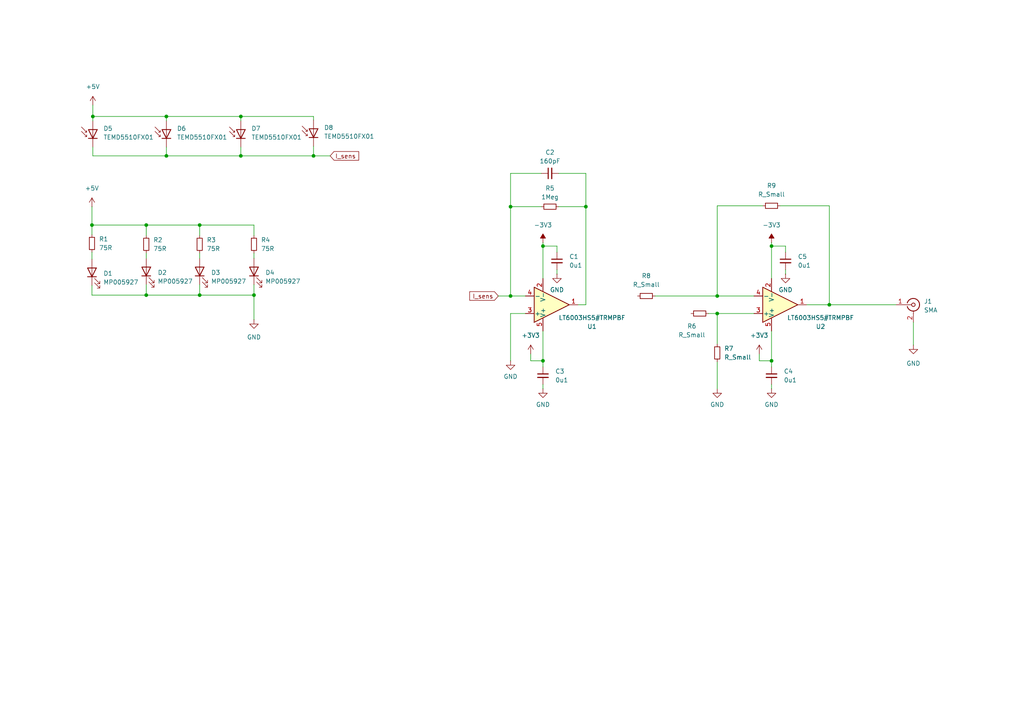
<source format=kicad_sch>
(kicad_sch (version 20231120) (generator "eeschema") (generator_version "8.0")
  (paper "A4")
  (lib_symbols
    (symbol "Amplifier_Operational:LT6015xS5" (pin_names (offset 0.127))
      (property "Reference" "U" (at -1.27 6.35 0))
      (property "Value" "LT6015xS5" (at -1.27 3.81 0))
      (symbol "LT6015xS5_0_1"
        (polyline (pts (xy -5.08 5.08) (xy 5.08 0) (xy -5.08 -5.08) (xy -5.08 5.08)) (stroke (width 0.254)) (fill (type background)))
        (pin power_in line (at -2.54 -7.62 90) (length 3.81) (name "V-") (number "2"))
        (pin power_in line (at -2.54 7.62 270) (length 3.81) (name "V+") (number "5"))
      )
      (symbol "LT6015xS5_1_1"
        (pin output line (at 7.62 0 180) (length 2.54) (name "~") (number "1"))
        (pin input line (at -7.62 2.54 0) (length 2.54) (name "+") (number "3"))
        (pin input line (at -7.62 -2.54 0) (length 2.54) (name "-") (number "4"))
      )
    )
    (symbol "Connector:Conn_Coaxial" (pin_names (offset 1.016) hide)
      (property "Reference" "J" (at 0.254 3.048 0))
      (property "Value" "Conn_Coaxial" (at 2.921 0 90))
      (symbol "Conn_Coaxial_0_1"
        (arc (start -1.778 -0.508) (mid 0.2311 -1.8066) (end 1.778 0) (stroke (width 0.254)))
        (polyline (pts (xy -2.54 0) (xy -0.508 0)))
        (polyline (pts (xy 0 -2.54) (xy 0 -1.778)))
        (circle (center 0 0) (radius 0.508) (stroke (width 0.2032)))
        (arc (start 1.778 0) (mid 0.2099 1.8101) (end -1.778 0.508) (stroke (width 0.254)))
      )
      (symbol "Conn_Coaxial_1_1"
        (pin passive line (at -5.08 0 0) (length 2.54) (name "In") (number "1"))
        (pin passive line (at 0 -5.08 90) (length 2.54) (name "Ext") (number "2"))
      )
    )
    (symbol "Device:C_Small" (pin_numbers hide) (pin_names (offset 0.254) hide)
      (property "Reference" "C" (at 0.254 1.778 0))
      (property "Value" "C_Small" (at 0.254 -2.032 0))
      (symbol "C_Small_0_1"
        (polyline (pts (xy -1.524 -0.508) (xy 1.524 -0.508)) (stroke (width 0.3302)))
        (polyline (pts (xy -1.524 0.508) (xy 1.524 0.508)) (stroke (width 0.3048)))
      )
      (symbol "C_Small_1_1"
        (pin passive line (at 0 2.54 270) (length 2.032) (name "~") (number "1"))
        (pin passive line (at 0 -2.54 90) (length 2.032) (name "~") (number "2"))
      )
    )
    (symbol "Device:D_Photo" (pin_numbers hide) (pin_names hide)
      (property "Reference" "D" (at 0.508 1.778 0))
      (property "Value" "D_Photo" (at -1.016 -2.794 0))
      (symbol "D_Photo_0_1"
        (polyline (pts (xy -2.54 1.27) (xy -2.54 -1.27)) (stroke (width 0.254)))
        (polyline (pts (xy -2.032 1.778) (xy -1.524 1.778)))
        (polyline (pts (xy 0 0) (xy -2.54 0)))
        (polyline (pts (xy -0.508 3.302) (xy -2.032 1.778) (xy -2.032 2.286)))
        (polyline (pts (xy 0 -1.27) (xy 0 1.27) (xy -2.54 0) (xy 0 -1.27)) (stroke (width 0.254)))
        (polyline (pts (xy 0.762 3.302) (xy -0.762 1.778) (xy -0.762 2.286) (xy -0.762 1.778) (xy -0.254 1.778)))
      )
      (symbol "D_Photo_1_1"
        (pin passive line (at -5.08 0 0) (length 2.54) (name "K") (number "1"))
        (pin passive line (at 2.54 0 180) (length 2.54) (name "A") (number "2"))
      )
    )
    (symbol "Device:LED" (pin_numbers hide) (pin_names (offset 1.016) hide)
      (property "Reference" "D" (at 0 2.54 0))
      (property "Value" "LED" (at 0 -2.54 0))
      (symbol "LED_0_1"
        (polyline (pts (xy -1.27 -1.27) (xy -1.27 1.27)) (stroke (width 0.254)))
        (polyline (pts (xy -1.27 0) (xy 1.27 0)))
        (polyline (pts (xy 1.27 -1.27) (xy 1.27 1.27) (xy -1.27 0) (xy 1.27 -1.27)) (stroke (width 0.254)))
        (polyline (pts (xy -3.048 -0.762) (xy -4.572 -2.286) (xy -3.81 -2.286) (xy -4.572 -2.286) (xy -4.572 -1.524)))
        (polyline (pts (xy -1.778 -0.762) (xy -3.302 -2.286) (xy -2.54 -2.286) (xy -3.302 -2.286) (xy -3.302 -1.524)))
      )
      (symbol "LED_1_1"
        (pin passive line (at -3.81 0 0) (length 2.54) (name "K") (number "1"))
        (pin passive line (at 3.81 0 180) (length 2.54) (name "A") (number "2"))
      )
    )
    (symbol "Device:R_Small" (pin_numbers hide) (pin_names (offset 0.254) hide)
      (property "Reference" "R" (at 0.762 0.508 0))
      (property "Value" "R_Small" (at 0.762 -1.016 0))
      (symbol "R_Small_0_1"
        (rectangle (start -0.762 1.778) (end 0.762 -1.778) (stroke (width 0.2032)))
      )
      (symbol "R_Small_1_1"
        (pin passive line (at 0 2.54 270) (length 0.762) (name "~") (number "1"))
        (pin passive line (at 0 -2.54 90) (length 0.762) (name "~") (number "2"))
      )
    )
    (symbol "power:+3V3" (power) (pin_numbers hide) (pin_names (offset 0) hide)
      (property "Value" "+3V3" (at 0 3.556 0))
      (symbol "+3V3_0_1"
        (polyline (pts (xy -0.762 1.27) (xy 0 2.54)))
        (polyline (pts (xy 0 0) (xy 0 2.54)))
        (polyline (pts (xy 0 2.54) (xy 0.762 1.27)))
      )
      (symbol "+3V3_1_1"
        (pin power_in line (at 0 0 90) (length 0) (name "~") (number "1"))
      )
    )
    (symbol "power:+5V" (power) (pin_numbers hide) (pin_names (offset 0) hide)
      (property "Value" "+5V" (at 0 3.556 0))
      (symbol "+5V_0_1"
        (polyline (pts (xy -0.762 1.27) (xy 0 2.54)))
        (polyline (pts (xy 0 0) (xy 0 2.54)))
        (polyline (pts (xy 0 2.54) (xy 0.762 1.27)))
      )
      (symbol "+5V_1_1"
        (pin power_in line (at 0 0 90) (length 0) (name "~") (number "1"))
      )
    )
    (symbol "power:-3V3" (power) (pin_numbers hide) (pin_names (offset 0) hide)
      (property "Value" "-3V3" (at 0 3.556 0))
      (symbol "-3V3_0_0"
        (pin power_in line (at 0 0 90) (length 0) (name "~") (number "1"))
      )
      (symbol "-3V3_0_1"
        (polyline (pts (xy 0 0) (xy 0 1.27) (xy 0.762 1.27) (xy 0 2.54) (xy -0.762 1.27) (xy 0 1.27)) (fill (type outline)))
      )
    )
    (symbol "power:GND" (power) (pin_numbers hide) (pin_names (offset 0) hide)
      (property "Value" "GND" (at 0 -3.81 0))
      (symbol "GND_0_1"
        (polyline (pts (xy 0 0) (xy 0 -1.27) (xy 1.27 -1.27) (xy 0 -2.54) (xy -1.27 -1.27) (xy 0 -1.27)))
      )
      (symbol "GND_1_1"
        (pin power_in line (at 0 0 270) (length 0) (name "~") (number "1"))
      )
    )
  )
  (junction (at 157.48 71.374))
  (junction (at 73.66 85.598))
  (junction (at 223.774 71.374))
  (junction (at 48.26 45.212))
  (junction (at 148.082 85.852))
  (junction (at 42.418 65.278))
  (junction (at 169.926 59.944))
  (junction (at 42.418 85.598))
  (junction (at 90.932 45.212))
  (junction (at 223.774 104.648))
  (junction (at 240.538 88.392))
  (junction (at 208.026 85.852))
  (junction (at 69.85 33.782))
  (junction (at 57.912 85.598))
  (junction (at 148.082 59.944))
  (junction (at 26.924 33.782))
  (junction (at 69.85 45.212))
  (junction (at 208.026 90.932))
  (junction (at 26.67 65.278))
  (junction (at 57.912 65.278))
  (junction (at 48.26 33.782))
  (junction (at 157.48 104.648))
  (wire (pts (xy 42.418 85.598) (xy 57.912 85.598)))
  (wire (pts (xy 26.924 42.672) (xy 26.924 45.212)))
  (wire (pts (xy 240.538 88.392) (xy 259.842 88.392)))
  (wire (pts (xy 240.538 88.392) (xy 240.538 59.69)))
  (wire (pts (xy 90.932 45.212) (xy 95.758 45.212)))
  (wire (pts (xy 42.418 68.326) (xy 42.418 65.278)))
  (wire (pts (xy 48.26 45.212) (xy 69.85 45.212)))
  (wire (pts (xy 26.924 30.48) (xy 26.924 33.782)))
  (wire (pts (xy 208.026 104.902) (xy 208.026 112.776)))
  (wire (pts (xy 26.67 85.598) (xy 42.418 85.598)))
  (wire (pts (xy 69.85 45.212) (xy 90.932 45.212)))
  (wire (pts (xy 161.544 71.374) (xy 157.48 71.374)))
  (wire (pts (xy 42.418 65.278) (xy 26.67 65.278)))
  (wire (pts (xy 26.67 82.804) (xy 26.67 85.598)))
  (wire (pts (xy 223.774 111.506) (xy 223.774 112.776)))
  (wire (pts (xy 156.972 50.292) (xy 148.082 50.292)))
  (wire (pts (xy 42.418 82.55) (xy 42.418 85.598)))
  (wire (pts (xy 223.774 70.358) (xy 223.774 71.374)))
  (wire (pts (xy 223.774 71.374) (xy 223.774 80.772)))
  (wire (pts (xy 220.218 104.648) (xy 223.774 104.648)))
  (wire (pts (xy 148.082 90.932) (xy 148.082 104.648)))
  (wire (pts (xy 153.924 104.648) (xy 157.48 104.648)))
  (wire (pts (xy 208.026 90.932) (xy 218.694 90.932)))
  (wire (pts (xy 227.838 73.152) (xy 227.838 71.374)))
  (wire (pts (xy 220.218 104.648) (xy 220.218 102.616)))
  (wire (pts (xy 57.912 82.55) (xy 57.912 85.598)))
  (wire (pts (xy 161.544 78.232) (xy 161.544 79.502)))
  (wire (pts (xy 208.026 90.932) (xy 208.026 99.822)))
  (wire (pts (xy 157.48 111.506) (xy 157.48 112.776)))
  (wire (pts (xy 227.838 71.374) (xy 223.774 71.374)))
  (wire (pts (xy 148.082 50.292) (xy 148.082 59.944)))
  (wire (pts (xy 223.774 104.648) (xy 223.774 96.012)))
  (wire (pts (xy 208.026 59.69) (xy 208.026 85.852)))
  (wire (pts (xy 73.66 85.598) (xy 73.66 92.71)))
  (wire (pts (xy 48.26 42.672) (xy 48.26 45.212)))
  (wire (pts (xy 73.66 82.55) (xy 73.66 85.598)))
  (wire (pts (xy 240.538 59.69) (xy 226.314 59.69)))
  (wire (pts (xy 26.67 59.944) (xy 26.67 65.278)))
  (wire (pts (xy 169.926 50.292) (xy 169.926 59.944)))
  (wire (pts (xy 144.526 85.852) (xy 148.082 85.852)))
  (wire (pts (xy 169.926 88.392) (xy 169.926 59.944)))
  (wire (pts (xy 167.64 88.392) (xy 169.926 88.392)))
  (wire (pts (xy 162.052 50.292) (xy 169.926 50.292)))
  (wire (pts (xy 227.838 78.232) (xy 227.838 79.502)))
  (wire (pts (xy 233.934 88.392) (xy 240.538 88.392)))
  (wire (pts (xy 221.234 59.69) (xy 208.026 59.69)))
  (wire (pts (xy 223.774 104.648) (xy 223.774 106.426)))
  (wire (pts (xy 69.85 35.052) (xy 69.85 33.782)))
  (wire (pts (xy 26.67 65.278) (xy 26.67 68.072)))
  (wire (pts (xy 42.418 73.406) (xy 42.418 74.93)))
  (wire (pts (xy 57.912 68.326) (xy 57.912 65.278)))
  (wire (pts (xy 42.418 65.278) (xy 57.912 65.278)))
  (wire (pts (xy 157.48 104.648) (xy 157.48 106.426)))
  (wire (pts (xy 57.912 65.278) (xy 73.66 65.278)))
  (wire (pts (xy 48.26 35.052) (xy 48.26 33.782)))
  (wire (pts (xy 26.924 45.212) (xy 48.26 45.212)))
  (wire (pts (xy 57.912 85.598) (xy 73.66 85.598)))
  (wire (pts (xy 157.48 70.358) (xy 157.48 71.374)))
  (wire (pts (xy 205.486 90.932) (xy 208.026 90.932)))
  (wire (pts (xy 157.48 71.374) (xy 157.48 80.772)))
  (wire (pts (xy 264.922 93.472) (xy 264.922 100.076)))
  (wire (pts (xy 57.912 73.406) (xy 57.912 74.93)))
  (wire (pts (xy 148.082 85.852) (xy 152.4 85.852)))
  (wire (pts (xy 153.924 104.648) (xy 153.924 102.616)))
  (wire (pts (xy 69.85 33.782) (xy 48.26 33.782)))
  (wire (pts (xy 26.67 73.152) (xy 26.67 75.184)))
  (wire (pts (xy 169.926 59.944) (xy 162.052 59.944)))
  (wire (pts (xy 48.26 33.782) (xy 26.924 33.782)))
  (wire (pts (xy 73.66 73.406) (xy 73.66 74.93)))
  (wire (pts (xy 148.082 59.944) (xy 148.082 85.852)))
  (wire (pts (xy 90.932 33.782) (xy 69.85 33.782)))
  (wire (pts (xy 208.026 85.852) (xy 218.694 85.852)))
  (wire (pts (xy 189.992 85.852) (xy 208.026 85.852)))
  (wire (pts (xy 156.972 59.944) (xy 148.082 59.944)))
  (wire (pts (xy 69.85 42.672) (xy 69.85 45.212)))
  (wire (pts (xy 90.932 45.212) (xy 90.932 42.418)))
  (wire (pts (xy 157.48 104.648) (xy 157.48 96.012)))
  (wire (pts (xy 161.544 73.152) (xy 161.544 71.374)))
  (wire (pts (xy 26.924 33.782) (xy 26.924 35.052)))
  (wire (pts (xy 152.4 90.932) (xy 148.082 90.932)))
  (wire (pts (xy 73.66 68.326) (xy 73.66 65.278)))
  (wire (pts (xy 90.932 34.798) (xy 90.932 33.782)))
  (global_label "I_sens" (shape input) (at 95.758 45.212 0) (property "Intersheetrefs" "${INTERSHEET_REFS}" (effects (hide yes))))
  (global_label "I_sens" (shape input) (at 144.526 85.852 180) (property "Intersheetrefs" "${INTERSHEET_REFS}" (effects (hide yes))))
  (symbol (lib_id "power:GND") (at 148.082 104.648 0) (unit 1)
    (property "Reference" "#PWR08" (effects (hide yes)))
    (property "Value" "GND" (at 148.082 109.22 0))
    (property "Description" "Power symbol creates a global label with name \"GND\" , ground" (effects (hide yes)))
  )
  (symbol (lib_id "Device:C_Small") (at 223.774 108.966 0) (unit 1)
    (property "Reference" "C4" (at 227.33 107.7022 0) (effects (justify left)))
    (property "Value" "0u1" (at 227.33 110.2422 0) (effects (justify left)))
    (property "Description" "Unpolarized capacitor, small symbol" (effects (hide yes)))
  )
  (symbol (lib_id "Device:C_Small") (at 227.838 75.692 0) (unit 1)
    (property "Reference" "C5" (at 231.394 74.4282 0) (effects (justify left)))
    (property "Value" "0u1" (at 231.394 76.9682 0) (effects (justify left)))
    (property "Description" "Unpolarized capacitor, small symbol" (effects (hide yes)))
  )
  (symbol (lib_id "Amplifier_Operational:LT6015xS5") (at 160.02 88.392 0) (mirror x) (unit 1)
    (property "Reference" "U1" (at 171.704 94.7106 0))
    (property "Value" "LT6003HS5#TRMPBF" (at 171.704 92.1706 0))
    (property "Footprint" "Package_TO_SOT_SMD:SOT-23-5" (effects (hide yes)))
    (property "Datasheet" "https://www.analog.com/media/en/technical-documentation/data-sheets/601567ff.pdf" (effects (hide yes)))
    (property "Description" "3.2MHz, 0.8V/us, Low Power, Over-The-Top Precision Op Amp, SOT-23-5" (effects (hide yes)))
  )
  (symbol (lib_id "Connector:Conn_Coaxial") (at 264.922 88.392 0) (unit 1)
    (property "Reference" "J1" (at 267.97 87.4151 0) (effects (justify left)))
    (property "Value" "SMA" (at 267.97 89.9551 0) (effects (justify left)))
    (property "Datasheet" " ~" (effects (hide yes)))
    (property "Description" "coaxial connector (BNC, SMA, SMB, SMC, Cinch/RCA, LEMO, ...)" (effects (hide yes)))
  )
  (symbol (lib_id "Device:D_Photo") (at 69.85 37.592 90) (unit 1)
    (property "Reference" "D7" (at 72.898 37.2744 90) (effects (justify right)))
    (property "Value" "TEMD5510FX01" (at 72.898 39.8144 90) (effects (justify right)))
    (property "Description" "Photodiode" (effects (hide yes)))
  )
  (symbol (lib_id "Device:R_Small") (at 73.66 70.866 0) (unit 1)
    (property "Reference" "R4" (at 75.692 69.5959 0) (effects (justify left)))
    (property "Value" "75R" (at 75.692 72.1359 0) (effects (justify left)))
    (property "Description" "Resistor, small symbol" (effects (hide yes)))
  )
  (symbol (lib_id "Device:D_Photo") (at 90.932 37.338 90) (unit 1)
    (property "Reference" "D8" (at 93.98 37.0204 90) (effects (justify right)))
    (property "Value" "TEMD5510FX01" (at 93.98 39.5604 90) (effects (justify right)))
    (property "Description" "Photodiode" (effects (hide yes)))
  )
  (symbol (lib_id "Device:D_Photo") (at 26.924 37.592 90) (unit 1)
    (property "Reference" "D5" (at 29.972 37.2744 90) (effects (justify right)))
    (property "Value" "TEMD5510FX01" (at 29.972 39.8144 90) (effects (justify right)))
    (property "Description" "Photodiode" (effects (hide yes)))
  )
  (symbol (lib_id "Device:R_Small") (at 202.946 90.932 90) (unit 1)
    (property "Reference" "R6" (at 200.66 94.615 90))
    (property "Value" "R_Small" (at 200.66 97.155 90))
    (property "Description" "Resistor, small symbol" (effects (hide yes)))
  )
  (symbol (lib_id "Device:LED") (at 26.67 78.994 90) (unit 1)
    (property "Reference" "D1" (at 29.972 79.3114 90) (effects (justify right)))
    (property "Value" "MP005927" (at 29.972 81.8514 90) (effects (justify right)))
    (property "Description" "Light emitting diode" (effects (hide yes)))
  )
  (symbol (lib_id "Device:LED") (at 73.66 78.74 90) (unit 1)
    (property "Reference" "D4" (at 76.962 79.0574 90) (effects (justify right)))
    (property "Value" "MP005927" (at 76.962 81.5974 90) (effects (justify right)))
    (property "Description" "Light emitting diode" (effects (hide yes)))
  )
  (symbol (lib_id "Device:C_Small") (at 157.48 108.966 0) (unit 1)
    (property "Reference" "C3" (at 161.036 107.7022 0) (effects (justify left)))
    (property "Value" "0u1" (at 161.036 110.2422 0) (effects (justify left)))
    (property "Description" "Unpolarized capacitor, small symbol" (effects (hide yes)))
  )
  (symbol (lib_id "power:GND") (at 161.544 79.502 0) (unit 1)
    (property "Reference" "#PWR06" (effects (hide yes)))
    (property "Value" "GND" (at 161.544 84.074 0))
    (property "Description" "Power symbol creates a global label with name \"GND\" , ground" (effects (hide yes)))
  )
  (symbol (lib_id "Device:R_Small") (at 42.418 70.866 0) (unit 1)
    (property "Reference" "R2" (at 44.45 69.5959 0) (effects (justify left)))
    (property "Value" "75R" (at 44.45 72.1359 0) (effects (justify left)))
    (property "Description" "Resistor, small symbol" (effects (hide yes)))
  )
  (symbol (lib_id "power:+5V") (at 26.67 59.944 0) (unit 1)
    (property "Reference" "#PWR01" (effects (hide yes)))
    (property "Value" "+5V" (at 26.67 54.61 0))
    (property "Description" "Power symbol creates a global label with name \"+5V\"" (effects (hide yes)))
  )
  (symbol (lib_id "Device:C_Small") (at 161.544 75.692 0) (unit 1)
    (property "Reference" "C1" (at 165.1 74.4282 0) (effects (justify left)))
    (property "Value" "0u1" (at 165.1 76.9682 0) (effects (justify left)))
    (property "Description" "Unpolarized capacitor, small symbol" (effects (hide yes)))
  )
  (symbol (lib_id "power:-3V3") (at 223.774 70.358 0) (unit 1)
    (property "Reference" "#PWR010" (effects (hide yes)))
    (property "Value" "-3V3" (at 223.774 65.278 0))
    (property "Description" "Power symbol creates a global label with name \"-3V3\"" (effects (hide yes)))
  )
  (symbol (lib_id "Device:D_Photo") (at 48.26 37.592 90) (unit 1)
    (property "Reference" "D6" (at 51.308 37.2744 90) (effects (justify right)))
    (property "Value" "TEMD5510FX01" (at 51.308 39.8144 90) (effects (justify right)))
    (property "Description" "Photodiode" (effects (hide yes)))
  )
  (symbol (lib_id "power:+5V") (at 26.924 30.48 0) (unit 1)
    (property "Reference" "#PWR03" (effects (hide yes)))
    (property "Value" "+5V" (at 26.924 25.146 0))
    (property "Description" "Power symbol creates a global label with name \"+5V\"" (effects (hide yes)))
  )
  (symbol (lib_id "power:GND") (at 157.48 112.776 0) (unit 1)
    (property "Reference" "#PWR07" (effects (hide yes)))
    (property "Value" "GND" (at 157.48 117.348 0))
    (property "Description" "Power symbol creates a global label with name \"GND\" , ground" (effects (hide yes)))
  )
  (symbol (lib_id "power:+3V3") (at 153.924 102.616 0) (unit 1)
    (property "Reference" "#PWR05" (effects (hide yes)))
    (property "Value" "+3V3" (at 153.924 97.282 0))
    (property "Description" "Power symbol creates a global label with name \"+3V3\"" (effects (hide yes)))
  )
  (symbol (lib_id "power:-3V3") (at 157.48 70.358 0) (unit 1)
    (property "Reference" "#PWR04" (effects (hide yes)))
    (property "Value" "-3V3" (at 157.48 65.278 0))
    (property "Description" "Power symbol creates a global label with name \"-3V3\"" (effects (hide yes)))
  )
  (symbol (lib_id "Device:R_Small") (at 223.774 59.69 90) (unit 1)
    (property "Reference" "R9" (at 223.774 53.848 90))
    (property "Value" "R_Small" (at 223.774 56.388 90))
    (property "Description" "Resistor, small symbol" (effects (hide yes)))
  )
  (symbol (lib_id "Device:R_Small") (at 159.512 59.944 90) (unit 1)
    (property "Reference" "R5" (at 159.512 54.61 90))
    (property "Value" "1Meg" (at 159.512 57.15 90))
    (property "Description" "Resistor, small symbol" (effects (hide yes)))
  )
  (symbol (lib_id "Device:R_Small") (at 26.67 70.612 0) (unit 1)
    (property "Reference" "R1" (at 28.702 69.3419 0) (effects (justify left)))
    (property "Value" "75R" (at 28.702 71.8819 0) (effects (justify left)))
    (property "Description" "Resistor, small symbol" (effects (hide yes)))
  )
  (symbol (lib_id "power:GND") (at 223.774 112.776 0) (unit 1)
    (property "Reference" "#PWR011" (effects (hide yes)))
    (property "Value" "GND" (at 223.774 117.348 0))
    (property "Description" "Power symbol creates a global label with name \"GND\" , ground" (effects (hide yes)))
  )
  (symbol (lib_id "Device:LED") (at 57.912 78.74 90) (unit 1)
    (property "Reference" "D3" (at 61.214 79.0574 90) (effects (justify right)))
    (property "Value" "MP005927" (at 61.214 81.5974 90) (effects (justify right)))
    (property "Description" "Light emitting diode" (effects (hide yes)))
  )
  (symbol (lib_id "power:GND") (at 227.838 79.502 0) (unit 1)
    (property "Reference" "#PWR012" (effects (hide yes)))
    (property "Value" "GND" (at 227.838 84.074 0))
    (property "Description" "Power symbol creates a global label with name \"GND\" , ground" (effects (hide yes)))
  )
  (symbol (lib_id "Device:R_Small") (at 208.026 102.362 180) (unit 1)
    (property "Reference" "R7" (at 210.058 101.0919 0) (effects (justify right)))
    (property "Value" "R_Small" (at 210.058 103.6319 0) (effects (justify right)))
    (property "Description" "Resistor, small symbol" (effects (hide yes)))
  )
  (symbol (lib_id "Device:C_Small") (at 159.512 50.292 90) (unit 1)
    (property "Reference" "C2" (at 159.5183 44.196 90))
    (property "Value" "160pF" (at 159.5183 46.736 90))
    (property "Description" "Unpolarized capacitor, small symbol" (effects (hide yes)))
  )
  (symbol (lib_id "power:GND") (at 73.66 92.71 0) (unit 1)
    (property "Reference" "#PWR02" (effects (hide yes)))
    (property "Value" "GND" (at 73.66 97.79 0))
    (property "Description" "Power symbol creates a global label with name \"GND\" , ground" (effects (hide yes)))
  )
  (symbol (lib_id "Device:R_Small") (at 187.452 85.852 90) (unit 1)
    (property "Reference" "R8" (at 187.452 80.01 90))
    (property "Value" "R_Small" (at 187.452 82.55 90))
    (property "Description" "Resistor, small symbol" (effects (hide yes)))
  )
  (symbol (lib_id "power:GND") (at 264.922 100.076 0) (unit 1)
    (property "Reference" "#PWR014" (effects (hide yes)))
    (property "Value" "GND" (at 264.922 105.41 0))
    (property "Description" "Power symbol creates a global label with name \"GND\" , ground" (effects (hide yes)))
  )
  (symbol (lib_id "Device:R_Small") (at 57.912 70.866 0) (unit 1)
    (property "Reference" "R3" (at 59.944 69.5959 0) (effects (justify left)))
    (property "Value" "75R" (at 59.944 72.1359 0) (effects (justify left)))
    (property "Description" "Resistor, small symbol" (effects (hide yes)))
  )
  (symbol (lib_id "Amplifier_Operational:LT6015xS5") (at 226.314 88.392 0) (mirror x) (unit 1)
    (property "Reference" "U2" (at 237.998 94.7106 0))
    (property "Value" "LT6003HS5#TRMPBF" (at 237.998 92.1706 0))
    (property "Footprint" "Package_TO_SOT_SMD:SOT-23-5" (effects (hide yes)))
    (property "Datasheet" "https://www.analog.com/media/en/technical-documentation/data-sheets/601567ff.pdf" (effects (hide yes)))
    (property "Description" "3.2MHz, 0.8V/us, Low Power, Over-The-Top Precision Op Amp, SOT-23-5" (effects (hide yes)))
  )
  (symbol (lib_id "Device:LED") (at 42.418 78.74 90) (unit 1)
    (property "Reference" "D2" (at 45.72 79.0574 90) (effects (justify right)))
    (property "Value" "MP005927" (at 45.72 81.5974 90) (effects (justify right)))
    (property "Description" "Light emitting diode" (effects (hide yes)))
  )
  (symbol (lib_id "power:GND") (at 208.026 112.776 0) (unit 1)
    (property "Reference" "#PWR013" (effects (hide yes)))
    (property "Value" "GND" (at 208.026 117.348 0))
    (property "Description" "Power symbol creates a global label with name \"GND\" , ground" (effects (hide yes)))
  )
  (symbol (lib_id "power:+3V3") (at 220.218 102.616 0) (unit 1)
    (property "Reference" "#PWR09" (effects (hide yes)))
    (property "Value" "+3V3" (at 220.218 97.282 0))
    (property "Description" "Power symbol creates a global label with name \"+3V3\"" (effects (hide yes)))
  )
)
</source>
